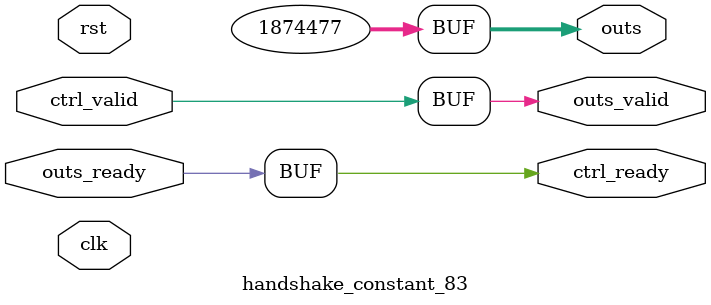
<source format=v>
`timescale 1ns / 1ps
module handshake_constant_83 #(
  parameter DATA_WIDTH = 32  // Default set to 32 bits
) (
  input                       clk,
  input                       rst,
  // Input Channel
  input                       ctrl_valid,
  output                      ctrl_ready,
  // Output Channel
  output [DATA_WIDTH - 1 : 0] outs,
  output                      outs_valid,
  input                       outs_ready
);
  assign outs       = 22'b0111001001101000101101;
  assign outs_valid = ctrl_valid;
  assign ctrl_ready = outs_ready;

endmodule

</source>
